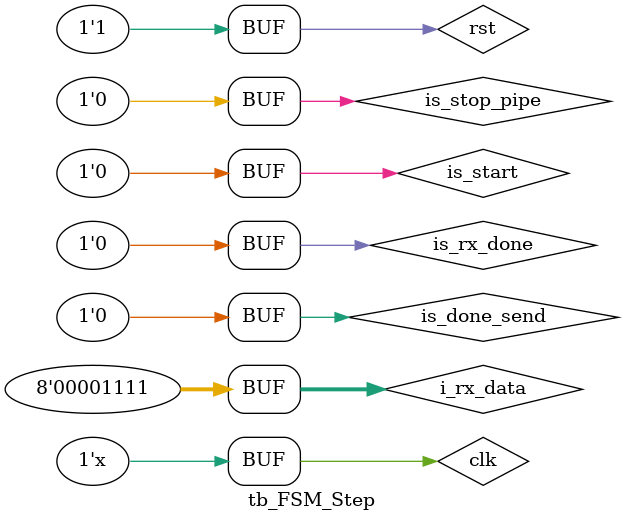
<source format=v>
`timescale 1ns / 1ps
module tb_FSM_Step();

    reg       clk;
    reg       rst;
    reg       is_start;
    reg       is_done_send;
    reg       is_stop_pipe;
    reg [7:0] i_rx_data;
    reg       is_rx_done;
    wire      os_step;     
    wire      os_start_send;
    wire      os_done;

    initial begin
        clk             = 0;
        rst             = 0;
        is_start        = 0;
        is_done_send    = 0;
        is_stop_pipe    = 0;
        i_rx_data       = 8'b00001111;
        is_rx_done      = 0;
        #100
        rst             = 1;

        #20 
        is_start        = 1;
        #20
        is_start        = 0;
        #500
        is_rx_done      = 1;
        #20
        is_rx_done      = 0;
        #500
        is_done_send    = 1;
        #20
        is_done_send    = 0;
        #500
        is_rx_done      = 1;
        #20
        is_rx_done      = 0;

        #500
        is_done_send    = 1;
        #20
        is_done_send    = 0;
        #500
        is_rx_done      = 1;
        #20
        is_rx_done      = 0;
                
        #500
        is_done_send    = 1;
        #20
        is_done_send    = 0;
        #500
        is_rx_done      = 1;
        #20
        is_rx_done      = 0;
        
        #500
        is_done_send    = 1;
        #20
        is_done_send    = 0;
        #500
        is_rx_done      = 1;
        #20
        is_rx_done      = 0;
        
        #500
        is_stop_pipe    = 1;
        #20
        is_stop_pipe    = 0;
    end

    always #10 clk = ~clk;

    FSM_Step u_FSM_Step(
                      .clk(clk),
                      .rst(rst),
                      .is_start(is_start),
                      .is_done_send(is_done_send),
                      .is_stop_pipe(is_stop_pipe),
                      .i_rx_data(i_rx_data),
                      .is_rx_done(is_rx_done),
                      .os_step(os_step),
                      .os_start_send(os_start_send),
                      .os_done(os_done)
                      );
endmodule
</source>
